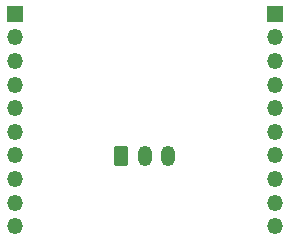
<source format=gbr>
%TF.GenerationSoftware,KiCad,Pcbnew,7.0.7*%
%TF.CreationDate,2023-10-04T23:52:19-06:00*%
%TF.ProjectId,FPV_3-Pin_Module,4650565f-332d-4506-996e-5f4d6f64756c,rev?*%
%TF.SameCoordinates,Original*%
%TF.FileFunction,Soldermask,Bot*%
%TF.FilePolarity,Negative*%
%FSLAX46Y46*%
G04 Gerber Fmt 4.6, Leading zero omitted, Abs format (unit mm)*
G04 Created by KiCad (PCBNEW 7.0.7) date 2023-10-04 23:52:19*
%MOMM*%
%LPD*%
G01*
G04 APERTURE LIST*
G04 Aperture macros list*
%AMRoundRect*
0 Rectangle with rounded corners*
0 $1 Rounding radius*
0 $2 $3 $4 $5 $6 $7 $8 $9 X,Y pos of 4 corners*
0 Add a 4 corners polygon primitive as box body*
4,1,4,$2,$3,$4,$5,$6,$7,$8,$9,$2,$3,0*
0 Add four circle primitives for the rounded corners*
1,1,$1+$1,$2,$3*
1,1,$1+$1,$4,$5*
1,1,$1+$1,$6,$7*
1,1,$1+$1,$8,$9*
0 Add four rect primitives between the rounded corners*
20,1,$1+$1,$2,$3,$4,$5,0*
20,1,$1+$1,$4,$5,$6,$7,0*
20,1,$1+$1,$6,$7,$8,$9,0*
20,1,$1+$1,$8,$9,$2,$3,0*%
G04 Aperture macros list end*
%ADD10RoundRect,0.250000X-0.350000X-0.625000X0.350000X-0.625000X0.350000X0.625000X-0.350000X0.625000X0*%
%ADD11O,1.200000X1.750000*%
%ADD12R,1.350000X1.350000*%
%ADD13O,1.350000X1.350000*%
G04 APERTURE END LIST*
D10*
%TO.C,J1*%
X139550000Y-94160000D03*
D11*
X141550000Y-94160000D03*
X143550000Y-94160000D03*
%TD*%
D12*
%TO.C,J2*%
X130573800Y-82131000D03*
D13*
X130573800Y-84131000D03*
X130573800Y-86131000D03*
X130573800Y-88131000D03*
X130573800Y-90131000D03*
X130573800Y-92131000D03*
X130573800Y-94131000D03*
X130573800Y-96131000D03*
X130573800Y-98131000D03*
X130573800Y-100131000D03*
%TD*%
D12*
%TO.C,J3*%
X152560000Y-82130000D03*
D13*
X152560000Y-84130000D03*
X152560000Y-86130000D03*
X152560000Y-88130000D03*
X152560000Y-90130000D03*
X152560000Y-92130000D03*
X152560000Y-94130000D03*
X152560000Y-96130000D03*
X152560000Y-98130000D03*
X152560000Y-100130000D03*
%TD*%
M02*

</source>
